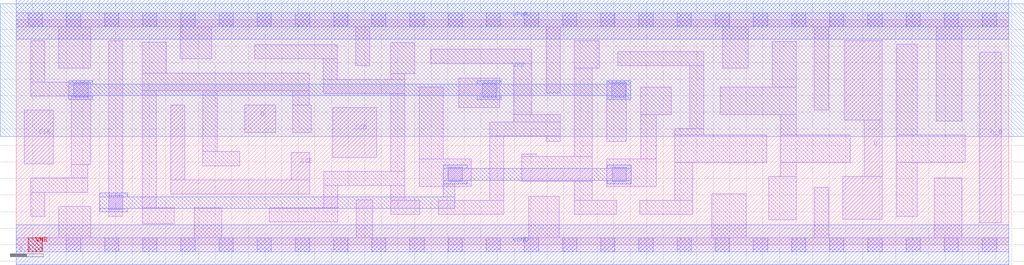
<source format=lef>
# Copyright 2020 The SkyWater PDK Authors
#
# Licensed under the Apache License, Version 2.0 (the "License");
# you may not use this file except in compliance with the License.
# You may obtain a copy of the License at
#
#     https://www.apache.org/licenses/LICENSE-2.0
#
# Unless required by applicable law or agreed to in writing, software
# distributed under the License is distributed on an "AS IS" BASIS,
# WITHOUT WARRANTIES OR CONDITIONS OF ANY KIND, either express or implied.
# See the License for the specific language governing permissions and
# limitations under the License.
#
# SPDX-License-Identifier: Apache-2.0

VERSION 5.7 ;
  NOWIREEXTENSIONATPIN ON ;
  DIVIDERCHAR "/" ;
  BUSBITCHARS "[]" ;
PROPERTYDEFINITIONS
  MACRO maskLayoutSubType STRING ;
  MACRO prCellType STRING ;
  MACRO originalViewName STRING ;
END PROPERTYDEFINITIONS
MACRO sky130_fd_sc_hdll__sdfxbp_1
  CLASS CORE ;
  FOREIGN sky130_fd_sc_hdll__sdfxbp_1 ;
  ORIGIN  0.000000  0.000000 ;
  SIZE  11.96000 BY  2.720000 ;
  SYMMETRY X Y R90 ;
  SITE unithd ;
  PIN CLK
    ANTENNAGATEAREA  0.178200 ;
    DIRECTION INPUT ;
    USE SIGNAL ;
    PORT
      LAYER li1 ;
        RECT 0.095000 0.975000 0.445000 1.625000 ;
    END
  END CLK
  PIN D
    ANTENNAGATEAREA  0.178200 ;
    DIRECTION INPUT ;
    USE SIGNAL ;
    PORT
      LAYER li1 ;
        RECT 2.755000 1.355000 3.125000 1.685000 ;
    END
  END D
  PIN Q
    ANTENNADIFFAREA  0.439000 ;
    DIRECTION OUTPUT ;
    USE SIGNAL ;
    PORT
      LAYER li1 ;
        RECT  9.960000 0.305000 10.440000 0.825000 ;
        RECT  9.980000 1.505000 10.440000 2.465000 ;
        RECT 10.220000 0.825000 10.440000 1.505000 ;
    END
  END Q
  PIN Q_N
    ANTENNADIFFAREA  0.439000 ;
    DIRECTION OUTPUT ;
    USE SIGNAL ;
    PORT
      LAYER li1 ;
        RECT 11.615000 0.265000 11.870000 2.325000 ;
    END
  END Q_N
  PIN SCD
    ANTENNAGATEAREA  0.178200 ;
    DIRECTION INPUT ;
    USE SIGNAL ;
    PORT
      LAYER li1 ;
        RECT 3.815000 1.055000 4.345000 1.655000 ;
    END
  END SCD
  PIN SCE
    ANTENNAGATEAREA  0.356400 ;
    DIRECTION INPUT ;
    USE SIGNAL ;
    PORT
      LAYER li1 ;
        RECT 1.860000 0.615000 3.535000 0.785000 ;
        RECT 1.860000 0.785000 2.030000 1.685000 ;
        RECT 3.315000 0.785000 3.535000 1.115000 ;
    END
  END SCE
  PIN VGND
    DIRECTION INOUT ;
    USE GROUND ;
    PORT
      LAYER met1 ;
        RECT 0.000000 -0.240000 11.960000 0.240000 ;
    END
  END VGND
  PIN VNB
    DIRECTION INOUT ;
    USE GROUND ;
    PORT
      LAYER pwell ;
        RECT 0.145000 -0.085000 0.315000 0.085000 ;
    END
  END VNB
  PIN VPB
    DIRECTION INOUT ;
    USE POWER ;
    PORT
      LAYER nwell ;
        RECT -0.190000 1.305000 12.150000 2.910000 ;
    END
  END VPB
  PIN VPWR
    DIRECTION INOUT ;
    USE POWER ;
    PORT
      LAYER met1 ;
        RECT 0.000000 2.480000 11.960000 2.960000 ;
    END
  END VPWR
  OBS
    LAYER li1 ;
      RECT  0.000000 -0.085000 11.960000 0.085000 ;
      RECT  0.000000  2.635000 11.960000 2.805000 ;
      RECT  0.175000  0.345000  0.345000 0.635000 ;
      RECT  0.175000  0.635000  0.860000 0.805000 ;
      RECT  0.175000  1.795000  0.895000 1.965000 ;
      RECT  0.175000  1.965000  0.345000 2.465000 ;
      RECT  0.515000  0.085000  0.895000 0.465000 ;
      RECT  0.515000  2.135000  0.895000 2.635000 ;
      RECT  0.665000  0.805000  0.860000 0.970000 ;
      RECT  0.665000  0.970000  0.895000 1.795000 ;
      RECT  1.115000  0.345000  1.285000 2.465000 ;
      RECT  1.520000  0.255000  1.905000 0.445000 ;
      RECT  1.520000  0.445000  1.690000 1.860000 ;
      RECT  1.520000  1.860000  3.530000 2.075000 ;
      RECT  1.520000  2.075000  1.805000 2.445000 ;
      RECT  1.975000  2.245000  2.355000 2.635000 ;
      RECT  2.145000  0.085000  2.475000 0.445000 ;
      RECT  2.250000  0.955000  2.695000 1.125000 ;
      RECT  2.250000  1.125000  2.420000 1.860000 ;
      RECT  2.875000  2.245000  3.870000 2.415000 ;
      RECT  3.050000  0.275000  3.875000 0.445000 ;
      RECT  3.335000  1.355000  3.555000 1.685000 ;
      RECT  3.335000  1.685000  3.530000 1.860000 ;
      RECT  3.700000  1.825000  4.685000 1.995000 ;
      RECT  3.700000  1.995000  3.870000 2.245000 ;
      RECT  3.705000  0.445000  3.875000 0.715000 ;
      RECT  3.705000  0.715000  4.685000 0.885000 ;
      RECT  4.090000  2.165000  4.260000 2.635000 ;
      RECT  4.095000  0.085000  4.295000 0.545000 ;
      RECT  4.515000  0.365000  4.865000 0.535000 ;
      RECT  4.515000  0.535000  4.685000 0.715000 ;
      RECT  4.515000  0.885000  4.685000 1.825000 ;
      RECT  4.515000  1.995000  4.685000 2.070000 ;
      RECT  4.515000  2.070000  4.800000 2.440000 ;
      RECT  4.855000  0.705000  5.485000 1.035000 ;
      RECT  4.855000  1.035000  5.145000 1.905000 ;
      RECT  4.995000  2.190000  6.215000 2.360000 ;
      RECT  5.085000  0.365000  5.875000 0.535000 ;
      RECT  5.335000  1.655000  5.825000 2.010000 ;
      RECT  5.705000  0.535000  5.875000 1.315000 ;
      RECT  5.705000  1.315000  6.555000 1.485000 ;
      RECT  5.995000  1.485000  6.555000 1.575000 ;
      RECT  5.995000  1.575000  6.215000 2.190000 ;
      RECT  6.095000  0.765000  6.945000 1.065000 ;
      RECT  6.095000  1.065000  6.265000 1.095000 ;
      RECT  6.175000  0.085000  6.545000 0.585000 ;
      RECT  6.385000  1.245000  6.555000 1.315000 ;
      RECT  6.385000  1.835000  6.555000 2.635000 ;
      RECT  6.725000  0.365000  7.235000 0.535000 ;
      RECT  6.725000  0.535000  6.945000 0.765000 ;
      RECT  6.725000  1.065000  6.945000 2.135000 ;
      RECT  6.725000  2.135000  7.025000 2.465000 ;
      RECT  7.115000  0.705000  7.715000 1.035000 ;
      RECT  7.115000  1.245000  7.355000 1.965000 ;
      RECT  7.250000  2.165000  8.285000 2.335000 ;
      RECT  7.515000  0.365000  8.155000 0.535000 ;
      RECT  7.525000  1.035000  7.715000 1.575000 ;
      RECT  7.525000  1.575000  7.895000 1.905000 ;
      RECT  7.935000  0.535000  8.155000 0.995000 ;
      RECT  7.935000  0.995000  9.045000 1.325000 ;
      RECT  7.935000  1.325000  8.285000 1.405000 ;
      RECT  8.115000  1.405000  8.285000 2.165000 ;
      RECT  8.380000  0.085000  8.800000 0.615000 ;
      RECT  8.485000  1.575000  9.400000 1.905000 ;
      RECT  8.515000  2.135000  8.820000 2.635000 ;
      RECT  9.070000  0.300000  9.400000 0.825000 ;
      RECT  9.110000  1.905000  9.400000 2.455000 ;
      RECT  9.215000  0.825000  9.400000 0.995000 ;
      RECT  9.215000  0.995000 10.050000 1.325000 ;
      RECT  9.215000  1.325000  9.400000 1.575000 ;
      RECT  9.620000  0.085000  9.790000 0.695000 ;
      RECT  9.620000  1.625000  9.790000 2.635000 ;
      RECT 10.610000  0.345000 10.860000 0.995000 ;
      RECT 10.610000  0.995000 11.440000 1.325000 ;
      RECT 10.610000  1.325000 10.860000 2.425000 ;
      RECT 11.065000  0.085000 11.395000 0.805000 ;
      RECT 11.090000  1.495000 11.395000 2.635000 ;
    LAYER mcon ;
      RECT  0.145000 -0.085000  0.315000 0.085000 ;
      RECT  0.145000  2.635000  0.315000 2.805000 ;
      RECT  0.605000 -0.085000  0.775000 0.085000 ;
      RECT  0.605000  2.635000  0.775000 2.805000 ;
      RECT  0.695000  1.785000  0.865000 1.955000 ;
      RECT  1.065000 -0.085000  1.235000 0.085000 ;
      RECT  1.065000  2.635000  1.235000 2.805000 ;
      RECT  1.115000  0.425000  1.285000 0.595000 ;
      RECT  1.525000 -0.085000  1.695000 0.085000 ;
      RECT  1.525000  2.635000  1.695000 2.805000 ;
      RECT  1.985000 -0.085000  2.155000 0.085000 ;
      RECT  1.985000  2.635000  2.155000 2.805000 ;
      RECT  2.445000 -0.085000  2.615000 0.085000 ;
      RECT  2.445000  2.635000  2.615000 2.805000 ;
      RECT  2.905000 -0.085000  3.075000 0.085000 ;
      RECT  2.905000  2.635000  3.075000 2.805000 ;
      RECT  3.365000 -0.085000  3.535000 0.085000 ;
      RECT  3.365000  2.635000  3.535000 2.805000 ;
      RECT  3.825000 -0.085000  3.995000 0.085000 ;
      RECT  3.825000  2.635000  3.995000 2.805000 ;
      RECT  4.285000 -0.085000  4.455000 0.085000 ;
      RECT  4.285000  2.635000  4.455000 2.805000 ;
      RECT  4.745000 -0.085000  4.915000 0.085000 ;
      RECT  4.745000  2.635000  4.915000 2.805000 ;
      RECT  5.205000 -0.085000  5.375000 0.085000 ;
      RECT  5.205000  0.765000  5.375000 0.935000 ;
      RECT  5.205000  2.635000  5.375000 2.805000 ;
      RECT  5.615000  1.785000  5.785000 1.955000 ;
      RECT  5.665000 -0.085000  5.835000 0.085000 ;
      RECT  5.665000  2.635000  5.835000 2.805000 ;
      RECT  6.125000 -0.085000  6.295000 0.085000 ;
      RECT  6.125000  2.635000  6.295000 2.805000 ;
      RECT  6.585000 -0.085000  6.755000 0.085000 ;
      RECT  6.585000  2.635000  6.755000 2.805000 ;
      RECT  7.045000 -0.085000  7.215000 0.085000 ;
      RECT  7.045000  2.635000  7.215000 2.805000 ;
      RECT  7.175000  1.785000  7.345000 1.955000 ;
      RECT  7.185000  0.765000  7.355000 0.935000 ;
      RECT  7.505000 -0.085000  7.675000 0.085000 ;
      RECT  7.505000  2.635000  7.675000 2.805000 ;
      RECT  7.965000 -0.085000  8.135000 0.085000 ;
      RECT  7.965000  2.635000  8.135000 2.805000 ;
      RECT  8.425000 -0.085000  8.595000 0.085000 ;
      RECT  8.425000  2.635000  8.595000 2.805000 ;
      RECT  8.885000 -0.085000  9.055000 0.085000 ;
      RECT  8.885000  2.635000  9.055000 2.805000 ;
      RECT  9.345000 -0.085000  9.515000 0.085000 ;
      RECT  9.345000  2.635000  9.515000 2.805000 ;
      RECT  9.805000 -0.085000  9.975000 0.085000 ;
      RECT  9.805000  2.635000  9.975000 2.805000 ;
      RECT 10.265000 -0.085000 10.435000 0.085000 ;
      RECT 10.265000  2.635000 10.435000 2.805000 ;
      RECT 10.725000 -0.085000 10.895000 0.085000 ;
      RECT 10.725000  2.635000 10.895000 2.805000 ;
      RECT 11.185000 -0.085000 11.355000 0.085000 ;
      RECT 11.185000  2.635000 11.355000 2.805000 ;
      RECT 11.645000 -0.085000 11.815000 0.085000 ;
      RECT 11.645000  2.635000 11.815000 2.805000 ;
    LAYER met1 ;
      RECT 0.635000 1.755000 0.925000 1.800000 ;
      RECT 0.635000 1.800000 7.405000 1.940000 ;
      RECT 0.635000 1.940000 0.925000 1.985000 ;
      RECT 1.005000 0.395000 1.345000 0.440000 ;
      RECT 1.005000 0.440000 5.285000 0.580000 ;
      RECT 1.005000 0.580000 1.345000 0.625000 ;
      RECT 5.145000 0.580000 5.285000 0.735000 ;
      RECT 5.145000 0.735000 5.435000 0.780000 ;
      RECT 5.145000 0.780000 7.415000 0.920000 ;
      RECT 5.145000 0.920000 5.435000 0.965000 ;
      RECT 5.555000 1.755000 5.845000 1.800000 ;
      RECT 5.555000 1.940000 5.845000 1.985000 ;
      RECT 7.115000 1.755000 7.405000 1.800000 ;
      RECT 7.115000 1.940000 7.405000 1.985000 ;
      RECT 7.125000 0.735000 7.415000 0.780000 ;
      RECT 7.125000 0.920000 7.415000 0.965000 ;
  END
  PROPERTY maskLayoutSubType "abstract" ;
  PROPERTY prCellType "standard" ;
  PROPERTY originalViewName "layout" ;
END sky130_fd_sc_hdll__sdfxbp_1
END LIBRARY

</source>
